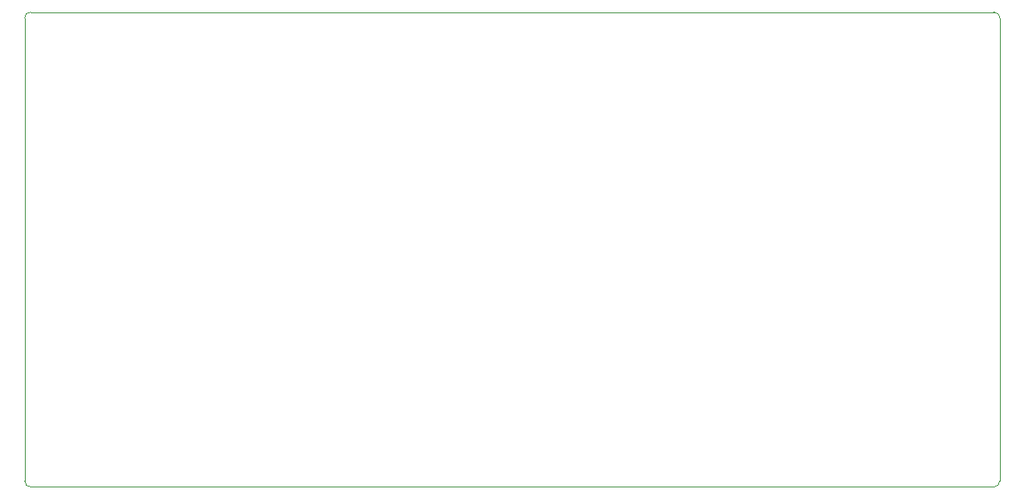
<source format=gm1>
%TF.GenerationSoftware,KiCad,Pcbnew,5.1.10*%
%TF.CreationDate,2021-06-17T09:11:18+01:00*%
%TF.ProjectId,controller,636f6e74-726f-46c6-9c65-722e6b696361,V0.2*%
%TF.SameCoordinates,Original*%
%TF.FileFunction,Profile,NP*%
%FSLAX46Y46*%
G04 Gerber Fmt 4.6, Leading zero omitted, Abs format (unit mm)*
G04 Created by KiCad (PCBNEW 5.1.10) date 2021-06-17 09:11:18*
%MOMM*%
%LPD*%
G01*
G04 APERTURE LIST*
%TA.AperFunction,Profile*%
%ADD10C,0.050000*%
%TD*%
G04 APERTURE END LIST*
D10*
X145900000Y-115200000D02*
G75*
G02*
X145300000Y-114600000I0J600000D01*
G01*
X145300000Y-67300000D02*
G75*
G02*
X145900000Y-66700000I600000J0D01*
G01*
X244200000Y-66700000D02*
G75*
G02*
X244800000Y-67300000I0J-600000D01*
G01*
X244800000Y-114600000D02*
G75*
G02*
X244200000Y-115200000I-600000J0D01*
G01*
X145300000Y-67300000D02*
X145300000Y-114600000D01*
X244200000Y-66700000D02*
X145900000Y-66700000D01*
X244800000Y-114600000D02*
X244800000Y-67300000D01*
X145900000Y-115200000D02*
X244200000Y-115200000D01*
M02*

</source>
